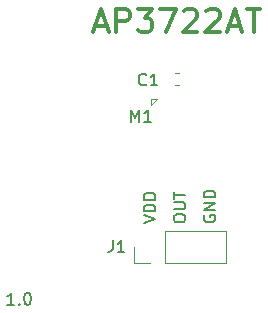
<source format=gto>
%TF.GenerationSoftware,KiCad,Pcbnew,(5.1.9-0-10_14)*%
%TF.CreationDate,2021-08-20T09:35:12+02:00*%
%TF.ProjectId,mic_breakout,6d69635f-6272-4656-916b-6f75742e6b69,rev?*%
%TF.SameCoordinates,Original*%
%TF.FileFunction,Legend,Top*%
%TF.FilePolarity,Positive*%
%FSLAX46Y46*%
G04 Gerber Fmt 4.6, Leading zero omitted, Abs format (unit mm)*
G04 Created by KiCad (PCBNEW (5.1.9-0-10_14)) date 2021-08-20 09:35:12*
%MOMM*%
%LPD*%
G01*
G04 APERTURE LIST*
%ADD10C,0.150000*%
%ADD11C,0.300000*%
%ADD12C,0.120000*%
%ADD13R,1.700000X1.700000*%
%ADD14O,1.700000X1.700000*%
%ADD15C,0.700000*%
G04 APERTURE END LIST*
D10*
X160861428Y-119197380D02*
X160290000Y-119197380D01*
X160575714Y-119197380D02*
X160575714Y-118197380D01*
X160480476Y-118340238D01*
X160385238Y-118435476D01*
X160290000Y-118483095D01*
X161290000Y-119102142D02*
X161337619Y-119149761D01*
X161290000Y-119197380D01*
X161242380Y-119149761D01*
X161290000Y-119102142D01*
X161290000Y-119197380D01*
X161956666Y-118197380D02*
X162051904Y-118197380D01*
X162147142Y-118245000D01*
X162194761Y-118292619D01*
X162242380Y-118387857D01*
X162290000Y-118578333D01*
X162290000Y-118816428D01*
X162242380Y-119006904D01*
X162194761Y-119102142D01*
X162147142Y-119149761D01*
X162051904Y-119197380D01*
X161956666Y-119197380D01*
X161861428Y-119149761D01*
X161813809Y-119102142D01*
X161766190Y-119006904D01*
X161718571Y-118816428D01*
X161718571Y-118578333D01*
X161766190Y-118387857D01*
X161813809Y-118292619D01*
X161861428Y-118245000D01*
X161956666Y-118197380D01*
D11*
X167720238Y-95583333D02*
X168672619Y-95583333D01*
X167529761Y-96154761D02*
X168196428Y-94154761D01*
X168863095Y-96154761D01*
X169529761Y-96154761D02*
X169529761Y-94154761D01*
X170291666Y-94154761D01*
X170482142Y-94250000D01*
X170577380Y-94345238D01*
X170672619Y-94535714D01*
X170672619Y-94821428D01*
X170577380Y-95011904D01*
X170482142Y-95107142D01*
X170291666Y-95202380D01*
X169529761Y-95202380D01*
X171339285Y-94154761D02*
X172577380Y-94154761D01*
X171910714Y-94916666D01*
X172196428Y-94916666D01*
X172386904Y-95011904D01*
X172482142Y-95107142D01*
X172577380Y-95297619D01*
X172577380Y-95773809D01*
X172482142Y-95964285D01*
X172386904Y-96059523D01*
X172196428Y-96154761D01*
X171625000Y-96154761D01*
X171434523Y-96059523D01*
X171339285Y-95964285D01*
X173244047Y-94154761D02*
X174577380Y-94154761D01*
X173720238Y-96154761D01*
X175244047Y-94345238D02*
X175339285Y-94250000D01*
X175529761Y-94154761D01*
X176005952Y-94154761D01*
X176196428Y-94250000D01*
X176291666Y-94345238D01*
X176386904Y-94535714D01*
X176386904Y-94726190D01*
X176291666Y-95011904D01*
X175148809Y-96154761D01*
X176386904Y-96154761D01*
X177148809Y-94345238D02*
X177244047Y-94250000D01*
X177434523Y-94154761D01*
X177910714Y-94154761D01*
X178101190Y-94250000D01*
X178196428Y-94345238D01*
X178291666Y-94535714D01*
X178291666Y-94726190D01*
X178196428Y-95011904D01*
X177053571Y-96154761D01*
X178291666Y-96154761D01*
X179053571Y-95583333D02*
X180005952Y-95583333D01*
X178863095Y-96154761D02*
X179529761Y-94154761D01*
X180196428Y-96154761D01*
X180577380Y-94154761D02*
X181720238Y-94154761D01*
X181148809Y-96154761D02*
X181148809Y-94154761D01*
D10*
X176959137Y-111641345D02*
X176911517Y-111736583D01*
X176911517Y-111879440D01*
X176959137Y-112022297D01*
X177054375Y-112117535D01*
X177149613Y-112165154D01*
X177340089Y-112212773D01*
X177482946Y-112212773D01*
X177673422Y-112165154D01*
X177768660Y-112117535D01*
X177863898Y-112022297D01*
X177911517Y-111879440D01*
X177911517Y-111784202D01*
X177863898Y-111641345D01*
X177816279Y-111593726D01*
X177482946Y-111593726D01*
X177482946Y-111784202D01*
X177911517Y-111165154D02*
X176911517Y-111165154D01*
X177911517Y-110593726D01*
X176911517Y-110593726D01*
X177911517Y-110117535D02*
X176911517Y-110117535D01*
X176911517Y-109879440D01*
X176959137Y-109736583D01*
X177054375Y-109641345D01*
X177149613Y-109593726D01*
X177340089Y-109546107D01*
X177482946Y-109546107D01*
X177673422Y-109593726D01*
X177768660Y-109641345D01*
X177863898Y-109736583D01*
X177911517Y-109879440D01*
X177911517Y-110117535D01*
X174371517Y-111974678D02*
X174371517Y-111784202D01*
X174419137Y-111688964D01*
X174514375Y-111593726D01*
X174704851Y-111546107D01*
X175038184Y-111546107D01*
X175228660Y-111593726D01*
X175323898Y-111688964D01*
X175371517Y-111784202D01*
X175371517Y-111974678D01*
X175323898Y-112069916D01*
X175228660Y-112165154D01*
X175038184Y-112212773D01*
X174704851Y-112212773D01*
X174514375Y-112165154D01*
X174419137Y-112069916D01*
X174371517Y-111974678D01*
X174371517Y-111117535D02*
X175181041Y-111117535D01*
X175276279Y-111069916D01*
X175323898Y-111022297D01*
X175371517Y-110927059D01*
X175371517Y-110736583D01*
X175323898Y-110641345D01*
X175276279Y-110593726D01*
X175181041Y-110546107D01*
X174371517Y-110546107D01*
X174371517Y-110212773D02*
X174371517Y-109641345D01*
X175371517Y-109927059D02*
X174371517Y-109927059D01*
X171831517Y-112308011D02*
X172831517Y-111974678D01*
X171831517Y-111641345D01*
X172831517Y-111308011D02*
X171831517Y-111308011D01*
X171831517Y-111069916D01*
X171879137Y-110927059D01*
X171974375Y-110831821D01*
X172069613Y-110784202D01*
X172260089Y-110736583D01*
X172402946Y-110736583D01*
X172593422Y-110784202D01*
X172688660Y-110831821D01*
X172783898Y-110927059D01*
X172831517Y-111069916D01*
X172831517Y-111308011D01*
X172831517Y-110308011D02*
X171831517Y-110308011D01*
X171831517Y-110069916D01*
X171879137Y-109927059D01*
X171974375Y-109831821D01*
X172069613Y-109784202D01*
X172260089Y-109736583D01*
X172402946Y-109736583D01*
X172593422Y-109784202D01*
X172688660Y-109831821D01*
X172783898Y-109927059D01*
X172831517Y-110069916D01*
X172831517Y-110308011D01*
D12*
%TO.C,C1*%
X174800650Y-99564135D02*
X174519490Y-99564135D01*
X174800650Y-100584135D02*
X174519490Y-100584135D01*
%TO.C,J1*%
X171043301Y-115630000D02*
X171043301Y-114300000D01*
X172373301Y-115630000D02*
X171043301Y-115630000D01*
X173643301Y-115630000D02*
X173643301Y-112970000D01*
X173643301Y-112970000D02*
X178783301Y-112970000D01*
X173643301Y-115630000D02*
X178783301Y-115630000D01*
X178783301Y-115630000D02*
X178783301Y-112970000D01*
%TO.C,M1*%
X172433302Y-102285693D02*
X172941302Y-101777693D01*
X172941302Y-101777693D02*
X172433302Y-101777693D01*
X172433302Y-101777693D02*
X172433302Y-102285693D01*
%TO.C,C1*%
D10*
X172047709Y-100540568D02*
X172000090Y-100588187D01*
X171857233Y-100635806D01*
X171761995Y-100635806D01*
X171619137Y-100588187D01*
X171523899Y-100492949D01*
X171476280Y-100397711D01*
X171428661Y-100207235D01*
X171428661Y-100064378D01*
X171476280Y-99873902D01*
X171523899Y-99778664D01*
X171619137Y-99683426D01*
X171761995Y-99635806D01*
X171857233Y-99635806D01*
X172000090Y-99683426D01*
X172047709Y-99731045D01*
X173000090Y-100635806D02*
X172428661Y-100635806D01*
X172714376Y-100635806D02*
X172714376Y-99635806D01*
X172619137Y-99778664D01*
X172523899Y-99873902D01*
X172428661Y-99921521D01*
%TO.C,J1*%
X169205732Y-113744119D02*
X169205732Y-114458405D01*
X169158113Y-114601262D01*
X169062875Y-114696500D01*
X168920018Y-114744119D01*
X168824780Y-114744119D01*
X170205732Y-114744119D02*
X169634304Y-114744119D01*
X169920018Y-114744119D02*
X169920018Y-113744119D01*
X169824780Y-113886977D01*
X169729542Y-113982215D01*
X169634304Y-114029834D01*
%TO.C,M1*%
X170791806Y-103701040D02*
X170791806Y-102701040D01*
X171125139Y-103415326D01*
X171458472Y-102701040D01*
X171458472Y-103701040D01*
X172458472Y-103701040D02*
X171887044Y-103701040D01*
X172172758Y-103701040D02*
X172172758Y-102701040D01*
X172077520Y-102843898D01*
X171982282Y-102939136D01*
X171887044Y-102986755D01*
%TD*%
%LPC*%
%TO.C,C1*%
G36*
G01*
X175885070Y-99824135D02*
X175885070Y-100324135D01*
G75*
G02*
X175660070Y-100549135I-225000J0D01*
G01*
X175210070Y-100549135D01*
G75*
G02*
X174985070Y-100324135I0J225000D01*
G01*
X174985070Y-99824135D01*
G75*
G02*
X175210070Y-99599135I225000J0D01*
G01*
X175660070Y-99599135D01*
G75*
G02*
X175885070Y-99824135I0J-225000D01*
G01*
G37*
G36*
G01*
X174335070Y-99824135D02*
X174335070Y-100324135D01*
G75*
G02*
X174110070Y-100549135I-225000J0D01*
G01*
X173660070Y-100549135D01*
G75*
G02*
X173435070Y-100324135I0J225000D01*
G01*
X173435070Y-99824135D01*
G75*
G02*
X173660070Y-99599135I225000J0D01*
G01*
X174110070Y-99599135D01*
G75*
G02*
X174335070Y-99824135I0J-225000D01*
G01*
G37*
%TD*%
D13*
%TO.C,J1*%
X172373301Y-114300000D03*
D14*
X174913301Y-114300000D03*
X177453301Y-114300000D03*
%TD*%
D15*
%TO.C,M1*%
X173389302Y-103876693D03*
X176049302Y-103876693D03*
X176049302Y-102726693D03*
X173389302Y-102726693D03*
%TD*%
M02*

</source>
